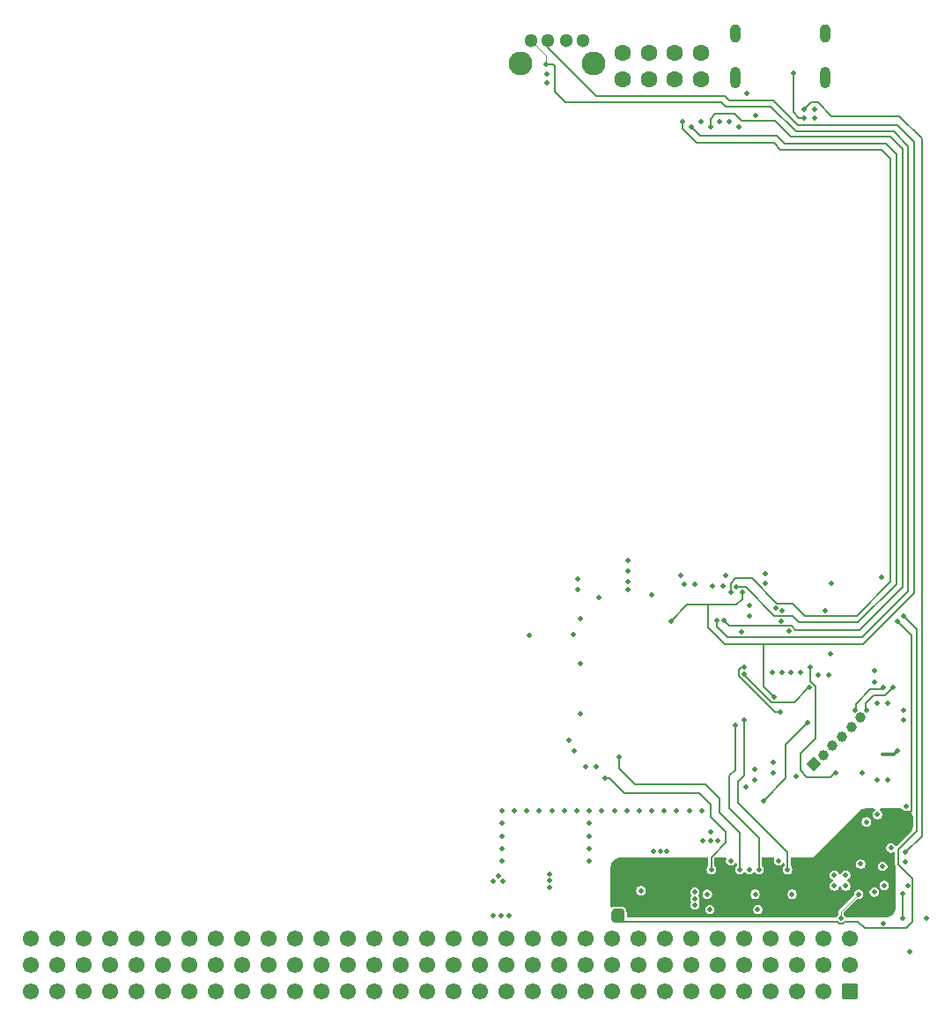
<source format=gbr>
%TF.GenerationSoftware,KiCad,Pcbnew,9.0.4-9.0.4-0~ubuntu24.04.1*%
%TF.CreationDate,2025-09-30T20:52:51+00:00*%
%TF.ProjectId,base-module,62617365-2d6d-46f6-9475-6c652e6b6963,1.1.1*%
%TF.SameCoordinates,Original*%
%TF.FileFunction,Copper,L4,Bot*%
%TF.FilePolarity,Positive*%
%FSLAX46Y46*%
G04 Gerber Fmt 4.6, Leading zero omitted, Abs format (unit mm)*
G04 Created by KiCad (PCBNEW 9.0.4-9.0.4-0~ubuntu24.04.1) date 2025-09-30 20:52:51*
%MOMM*%
%LPD*%
G01*
G04 APERTURE LIST*
G04 Aperture macros list*
%AMRoundRect*
0 Rectangle with rounded corners*
0 $1 Rounding radius*
0 $2 $3 $4 $5 $6 $7 $8 $9 X,Y pos of 4 corners*
0 Add a 4 corners polygon primitive as box body*
4,1,4,$2,$3,$4,$5,$6,$7,$8,$9,$2,$3,0*
0 Add four circle primitives for the rounded corners*
1,1,$1+$1,$2,$3*
1,1,$1+$1,$4,$5*
1,1,$1+$1,$6,$7*
1,1,$1+$1,$8,$9*
0 Add four rect primitives between the rounded corners*
20,1,$1+$1,$2,$3,$4,$5,0*
20,1,$1+$1,$4,$5,$6,$7,0*
20,1,$1+$1,$6,$7,$8,$9,0*
20,1,$1+$1,$8,$9,$2,$3,0*%
%AMRotRect*
0 Rectangle, with rotation*
0 The origin of the aperture is its center*
0 $1 length*
0 $2 width*
0 $3 Rotation angle, in degrees counterclockwise*
0 Add horizontal line*
21,1,$1,$2,0,0,$3*%
G04 Aperture macros list end*
%TA.AperFunction,ComponentPad*%
%ADD10C,1.600000*%
%TD*%
%TA.AperFunction,ComponentPad*%
%ADD11C,1.300000*%
%TD*%
%TA.AperFunction,ComponentPad*%
%ADD12C,2.286000*%
%TD*%
%TA.AperFunction,ComponentPad*%
%ADD13O,1.000000X2.100000*%
%TD*%
%TA.AperFunction,ComponentPad*%
%ADD14O,1.000000X1.800000*%
%TD*%
%TA.AperFunction,ComponentPad*%
%ADD15RoundRect,0.249999X0.525001X0.525001X-0.525001X0.525001X-0.525001X-0.525001X0.525001X-0.525001X0*%
%TD*%
%TA.AperFunction,ComponentPad*%
%ADD16C,1.550000*%
%TD*%
%TA.AperFunction,ComponentPad*%
%ADD17RotRect,1.000000X1.000000X315.000000*%
%TD*%
%TA.AperFunction,ComponentPad*%
%ADD18C,1.000000*%
%TD*%
%TA.AperFunction,ViaPad*%
%ADD19C,0.500000*%
%TD*%
%TA.AperFunction,Conductor*%
%ADD20C,0.300000*%
%TD*%
%TA.AperFunction,Conductor*%
%ADD21C,0.150000*%
%TD*%
%TA.AperFunction,Conductor*%
%ADD22C,0.100000*%
%TD*%
%TA.AperFunction,Conductor*%
%ADD23C,0.200000*%
%TD*%
G04 APERTURE END LIST*
D10*
%TO.P,LED300,1*%
%TO.N,Net-(LED300-Pad1)*%
X106863600Y-55785000D03*
%TO.P,LED300,2*%
%TO.N,GND*%
X109403600Y-55785000D03*
%TO.P,LED300,3*%
%TO.N,Net-(LED300-Pad3)*%
X106863600Y-58325000D03*
%TO.P,LED300,4*%
%TO.N,GND*%
X109403600Y-58325000D03*
%TD*%
D11*
%TO.P,BTN400,1*%
%TO.N,GND*%
X103079415Y-54584163D03*
%TO.P,BTN400,2*%
X101449415Y-54584163D03*
%TO.P,BTN400,3*%
%TO.N,/MCU/SWD.~{RST}*%
X99709415Y-54584163D03*
%TO.P,BTN400,4*%
%TO.N,/MCU/USR_BUTTON*%
X98079415Y-54584163D03*
D12*
%TO.P,BTN400,5*%
%TO.N,N/C*%
X104079415Y-56834163D03*
%TO.P,BTN400,6*%
X97079415Y-56834163D03*
%TD*%
D13*
%TO.P,J800,S1,SHIELD*%
%TO.N,Net-(J800-SHIELD)*%
X126370000Y-58140000D03*
D14*
X126370000Y-53960000D03*
D13*
X117730000Y-58140000D03*
D14*
X117730000Y-53960000D03*
%TD*%
D15*
%TO.P,J200,a1,a1*%
%TO.N,GND*%
X128740000Y-145975000D03*
D16*
%TO.P,J200,a2,a2*%
%TO.N,/Backplane/BACKPLANE.D+*%
X126200000Y-145975000D03*
%TO.P,J200,a3,a3*%
%TO.N,+5V_STDBY*%
X123660000Y-145975000D03*
%TO.P,J200,a4,a4*%
%TO.N,GND*%
X121120000Y-145975000D03*
%TO.P,J200,a5,a5*%
%TO.N,/Backplane/CAN1.+*%
X118580000Y-145975000D03*
%TO.P,J200,a6,a6*%
%TO.N,/Backplane/CAN1.-*%
X116040000Y-145975000D03*
%TO.P,J200,a7,a7*%
%TO.N,GND*%
X113500000Y-145975000D03*
%TO.P,J200,a8,a8*%
%TO.N,/Backplane/CAN2.+*%
X110960000Y-145975000D03*
%TO.P,J200,a9,a9*%
%TO.N,/Backplane/CAN2.-*%
X108420000Y-145975000D03*
%TO.P,J200,a10,a10*%
%TO.N,GND*%
X105880000Y-145975000D03*
%TO.P,J200,a11,a11*%
%TO.N,+12V*%
X103340000Y-145975000D03*
%TO.P,J200,a12,a12*%
X100800000Y-145975000D03*
%TO.P,J200,a13,a13*%
%TO.N,GND*%
X98260000Y-145975000D03*
%TO.P,J200,a14,a14*%
%TO.N,+24V*%
X95720000Y-145975000D03*
%TO.P,J200,a15,a15*%
%TO.N,GND*%
X93180000Y-145975000D03*
%TO.P,J200,a16,a16*%
%TO.N,/Backplane/GPIOL0*%
X90640000Y-145975000D03*
%TO.P,J200,a17,a17*%
%TO.N,/Backplane/GPIOL1*%
X88100000Y-145975000D03*
%TO.P,J200,a18,a18*%
%TO.N,/Backplane/GPIOL2*%
X85560000Y-145975000D03*
%TO.P,J200,a19,a19*%
%TO.N,/Backplane/GPIOL3*%
X83020000Y-145975000D03*
%TO.P,J200,a20,a20*%
%TO.N,/Backplane/GPIOL4*%
X80480000Y-145975000D03*
%TO.P,J200,a21,a21*%
%TO.N,/Backplane/GPIOL5*%
X77940000Y-145975000D03*
%TO.P,J200,a22,a22*%
%TO.N,/Backplane/GPIOL6*%
X75400000Y-145975000D03*
%TO.P,J200,a23,a23*%
%TO.N,/Backplane/GPIOL7*%
X72860000Y-145975000D03*
%TO.P,J200,a24,a24*%
%TO.N,/Backplane/GPIOL8*%
X70320000Y-145975000D03*
%TO.P,J200,a25,a25*%
%TO.N,/Backplane/GPIOL9*%
X67780000Y-145975000D03*
%TO.P,J200,a26,a26*%
%TO.N,/Backplane/GPIOL10*%
X65240000Y-145975000D03*
%TO.P,J200,a27,a27*%
%TO.N,/Backplane/GPIOL11*%
X62700000Y-145975000D03*
%TO.P,J200,a28,a28*%
%TO.N,/Backplane/GPIOL12*%
X60160000Y-145975000D03*
%TO.P,J200,a29,a29*%
%TO.N,/Backplane/GPIOL13*%
X57620000Y-145975000D03*
%TO.P,J200,a30,a30*%
%TO.N,/Backplane/GPIOL14*%
X55080000Y-145975000D03*
%TO.P,J200,a31,a31*%
%TO.N,/Backplane/GPIOL15*%
X52540000Y-145975000D03*
%TO.P,J200,a32,a32*%
%TO.N,GND*%
X50000000Y-145975000D03*
%TO.P,J200,b1,b1*%
X128740000Y-143435000D03*
%TO.P,J200,b2,b2*%
X126200000Y-143435000D03*
%TO.P,J200,b3,b3*%
%TO.N,+5V_STDBY*%
X123660000Y-143435000D03*
%TO.P,J200,b4,b4*%
%TO.N,GND*%
X121120000Y-143435000D03*
%TO.P,J200,b5,b5*%
%TO.N,/Backplane/CAN1.+*%
X118580000Y-143435000D03*
%TO.P,J200,b6,b6*%
%TO.N,/Backplane/CAN1.-*%
X116040000Y-143435000D03*
%TO.P,J200,b7,b7*%
%TO.N,GND*%
X113500000Y-143435000D03*
%TO.P,J200,b8,b8*%
%TO.N,/Backplane/CAN2.+*%
X110960000Y-143435000D03*
%TO.P,J200,b9,b9*%
%TO.N,/Backplane/CAN2.-*%
X108420000Y-143435000D03*
%TO.P,J200,b10,b10*%
%TO.N,GND*%
X105880000Y-143435000D03*
%TO.P,J200,b11,b11*%
%TO.N,+12V*%
X103340000Y-143435000D03*
%TO.P,J200,b12,b12*%
X100800000Y-143435000D03*
%TO.P,J200,b13,b13*%
%TO.N,GND*%
X98260000Y-143435000D03*
%TO.P,J200,b14,b14*%
%TO.N,+24V*%
X95720000Y-143435000D03*
%TO.P,J200,b15,b15*%
%TO.N,GND*%
X93180000Y-143435000D03*
%TO.P,J200,b16,b16*%
%TO.N,/Backplane/GPIOC0*%
X90640000Y-143435000D03*
%TO.P,J200,b17,b17*%
%TO.N,/Backplane/GPIOC1*%
X88100000Y-143435000D03*
%TO.P,J200,b18,b18*%
%TO.N,/Backplane/GPIOC2*%
X85560000Y-143435000D03*
%TO.P,J200,b19,b19*%
%TO.N,/Backplane/GPIOC3*%
X83020000Y-143435000D03*
%TO.P,J200,b20,b20*%
%TO.N,/Backplane/GPIOC4*%
X80480000Y-143435000D03*
%TO.P,J200,b21,b21*%
%TO.N,/Backplane/GPIOC5*%
X77940000Y-143435000D03*
%TO.P,J200,b22,b22*%
%TO.N,/Backplane/GPIOC6*%
X75400000Y-143435000D03*
%TO.P,J200,b23,b23*%
%TO.N,/Backplane/GPIOC7*%
X72860000Y-143435000D03*
%TO.P,J200,b24,b24*%
%TO.N,/Backplane/GPIOC8*%
X70320000Y-143435000D03*
%TO.P,J200,b25,b25*%
%TO.N,/Backplane/GPIOC9*%
X67780000Y-143435000D03*
%TO.P,J200,b26,b26*%
%TO.N,/Backplane/GPIOC10*%
X65240000Y-143435000D03*
%TO.P,J200,b27,b27*%
%TO.N,/Backplane/GPIOC11*%
X62700000Y-143435000D03*
%TO.P,J200,b28,b28*%
%TO.N,/Backplane/GPIOC12*%
X60160000Y-143435000D03*
%TO.P,J200,b29,b29*%
%TO.N,/Backplane/GPIOC13*%
X57620000Y-143435000D03*
%TO.P,J200,b30,b30*%
%TO.N,/Backplane/GPIOC14*%
X55080000Y-143435000D03*
%TO.P,J200,b31,b31*%
%TO.N,/Backplane/GPIOC15*%
X52540000Y-143435000D03*
%TO.P,J200,b32,b32*%
%TO.N,GND*%
X50000000Y-143435000D03*
%TO.P,J200,c1,c1*%
X128740000Y-140895000D03*
%TO.P,J200,c2,c2*%
%TO.N,/Backplane/BACKPLANE.D-*%
X126200000Y-140895000D03*
%TO.P,J200,c3,c3*%
%TO.N,+5V_STDBY*%
X123660000Y-140895000D03*
%TO.P,J200,c4,c4*%
%TO.N,GND*%
X121120000Y-140895000D03*
%TO.P,J200,c5,c5*%
%TO.N,/Backplane/CAN1.+*%
X118580000Y-140895000D03*
%TO.P,J200,c6,c6*%
%TO.N,/Backplane/CAN1.-*%
X116040000Y-140895000D03*
%TO.P,J200,c7,c7*%
%TO.N,GND*%
X113500000Y-140895000D03*
%TO.P,J200,c8,c8*%
%TO.N,/Backplane/CAN2.+*%
X110960000Y-140895000D03*
%TO.P,J200,c9,c9*%
%TO.N,/Backplane/CAN2.-*%
X108420000Y-140895000D03*
%TO.P,J200,c10,c10*%
%TO.N,GND*%
X105880000Y-140895000D03*
%TO.P,J200,c11,c11*%
%TO.N,+12V*%
X103340000Y-140895000D03*
%TO.P,J200,c12,c12*%
X100800000Y-140895000D03*
%TO.P,J200,c13,c13*%
%TO.N,GND*%
X98260000Y-140895000D03*
%TO.P,J200,c14,c14*%
%TO.N,+24V*%
X95720000Y-140895000D03*
%TO.P,J200,c15,c15*%
%TO.N,GND*%
X93180000Y-140895000D03*
%TO.P,J200,c16,c16*%
%TO.N,/Backplane/GPIOR0*%
X90640000Y-140895000D03*
%TO.P,J200,c17,c17*%
%TO.N,/Backplane/GPIOR1*%
X88100000Y-140895000D03*
%TO.P,J200,c18,c18*%
%TO.N,/Backplane/GPIOR2*%
X85560000Y-140895000D03*
%TO.P,J200,c19,c19*%
%TO.N,/Backplane/GPIOR3*%
X83020000Y-140895000D03*
%TO.P,J200,c20,c20*%
%TO.N,/Backplane/GPIOR4*%
X80480000Y-140895000D03*
%TO.P,J200,c21,c21*%
%TO.N,/Backplane/GPIOR5*%
X77940000Y-140895000D03*
%TO.P,J200,c22,c22*%
%TO.N,/Backplane/GPIOR6*%
X75400000Y-140895000D03*
%TO.P,J200,c23,c23*%
%TO.N,/Backplane/GPIOR7*%
X72860000Y-140895000D03*
%TO.P,J200,c24,c24*%
%TO.N,/Backplane/GPIOR8*%
X70320000Y-140895000D03*
%TO.P,J200,c25,c25*%
%TO.N,/Backplane/GPIOR9*%
X67780000Y-140895000D03*
%TO.P,J200,c26,c26*%
%TO.N,/Backplane/GPIOR10*%
X65240000Y-140895000D03*
%TO.P,J200,c27,c27*%
%TO.N,/Backplane/GPIOR11*%
X62700000Y-140895000D03*
%TO.P,J200,c28,c28*%
%TO.N,/Backplane/GPIOR12*%
X60160000Y-140895000D03*
%TO.P,J200,c29,c29*%
%TO.N,/Backplane/GPIOR13*%
X57620000Y-140895000D03*
%TO.P,J200,c30,c30*%
%TO.N,/Backplane/GPIOR14*%
X55080000Y-140895000D03*
%TO.P,J200,c31,c31*%
%TO.N,/Backplane/GPIOR15*%
X52540000Y-140895000D03*
%TO.P,J200,c32,c32*%
%TO.N,GND*%
X50000000Y-140895000D03*
%TD*%
D10*
%TO.P,LED301,1*%
%TO.N,Net-(LED301-Pad1)*%
X111913600Y-55785000D03*
%TO.P,LED301,2*%
%TO.N,GND*%
X114453600Y-55785000D03*
%TO.P,LED301,3*%
%TO.N,Net-(LED301-Pad3)*%
X111913600Y-58325000D03*
%TO.P,LED301,4*%
%TO.N,GND*%
X114453600Y-58325000D03*
%TD*%
D17*
%TO.P,J3,1,Pin_1*%
%TO.N,+3V3*%
X125295923Y-124154077D03*
D18*
%TO.P,J3,2,Pin_2*%
%TO.N,/ST-LINK/DIO*%
X126193949Y-123256051D03*
%TO.P,J3,3,Pin_3*%
%TO.N,/ST-LINK/CLK*%
X127091974Y-122358026D03*
%TO.P,J3,4,Pin_4*%
%TO.N,/ST-LINK/STLINK-RST*%
X127990000Y-121460000D03*
%TO.P,J3,5,Pin_5*%
%TO.N,GND*%
X128888025Y-120561975D03*
%TO.P,J3,6,Pin_6*%
%TO.N,/ST-LINK/STLINK-BOOT0*%
X129786051Y-119663949D03*
%TD*%
D19*
%TO.N,+3V3*%
X115300000Y-138075000D03*
X99598400Y-58685001D03*
X131350000Y-125625000D03*
X121325000Y-115325000D03*
X121662040Y-109139790D03*
X104325000Y-124400000D03*
X120590000Y-106765000D03*
X115350000Y-131500000D03*
X132050000Y-135775000D03*
X131800000Y-106175000D03*
X131400000Y-128975000D03*
X133950000Y-118922500D03*
X114650000Y-131500000D03*
X115350000Y-130625000D03*
X107442000Y-107343001D03*
X121350000Y-124927500D03*
X125700000Y-115575000D03*
X131350000Y-118275000D03*
X124000000Y-115300000D03*
X122225000Y-109375000D03*
X115575000Y-107050000D03*
X101700000Y-121825000D03*
X107442000Y-104549001D03*
X119900000Y-138075000D03*
X116025000Y-131500000D03*
X112825000Y-106875000D03*
X119625000Y-124600000D03*
X114450000Y-62375000D03*
X122174000Y-110375000D03*
X102133531Y-111641425D03*
X102624000Y-106327001D03*
%TO.N,GND*%
X99598400Y-57785001D03*
X95300000Y-131025000D03*
X103700000Y-128625000D03*
X129900000Y-124961216D03*
X128350000Y-134775000D03*
X104900000Y-128625000D03*
X109870720Y-132521542D03*
X134470000Y-142162501D03*
X127250000Y-134775000D03*
X116250000Y-62375000D03*
X95300000Y-133425000D03*
X132350000Y-125625000D03*
X113850000Y-136425000D03*
X107442000Y-106581001D03*
X118364000Y-111407001D03*
X102624000Y-107343001D03*
X109700000Y-128625000D03*
X96500000Y-128625000D03*
X130325000Y-129675000D03*
X106100000Y-128625000D03*
X110520720Y-132521542D03*
X108650000Y-136275000D03*
X102850000Y-119275000D03*
X113300000Y-128625000D03*
X103700000Y-132225000D03*
X119126000Y-109883001D03*
X97700000Y-128625000D03*
X115050000Y-136625000D03*
X121350000Y-123927500D03*
X116825000Y-106025000D03*
X119625000Y-125600000D03*
X126375000Y-109375000D03*
X126900000Y-113525000D03*
X131150000Y-116225000D03*
X112525000Y-106025000D03*
X97900000Y-111775000D03*
X113850000Y-137675000D03*
X100100000Y-128625000D03*
X94450000Y-138675000D03*
X116575000Y-107050000D03*
X128350000Y-135825000D03*
X98900000Y-128625000D03*
X118750000Y-126325000D03*
X134150000Y-128175000D03*
X131900000Y-133925000D03*
X126950000Y-106725000D03*
X119100000Y-134275000D03*
X111170720Y-132521542D03*
X107442000Y-105565001D03*
X103700000Y-133425000D03*
X122200000Y-115275000D03*
X103700000Y-131025000D03*
X117150000Y-62375000D03*
X131150000Y-115125000D03*
X119670000Y-61785001D03*
X133300000Y-122825000D03*
X118050000Y-62925000D03*
X108500000Y-128625000D03*
X133950000Y-119922500D03*
X134100000Y-133525000D03*
X134300000Y-135775000D03*
X109728000Y-107851001D03*
X112100000Y-128625000D03*
X113825000Y-106875000D03*
X119126000Y-108867001D03*
X121900000Y-133425000D03*
X114500000Y-128625000D03*
X118850000Y-59675000D03*
X102868898Y-114435000D03*
X103325000Y-124400000D03*
X102870000Y-110137001D03*
X104648000Y-108105001D03*
X117300000Y-133425000D03*
X120590000Y-105865000D03*
X129800000Y-133725000D03*
X95953492Y-138663288D03*
X127250000Y-135825000D03*
X131100000Y-136425000D03*
X110900000Y-128625000D03*
X101300000Y-128625000D03*
X99850000Y-134671508D03*
X102500000Y-128625000D03*
X95300000Y-132225000D03*
X107300000Y-128625000D03*
X95200000Y-138675000D03*
X99850000Y-135971508D03*
X95300000Y-129825000D03*
X136150000Y-138925000D03*
X102225000Y-122850000D03*
X126700000Y-115575000D03*
X123200000Y-136625000D03*
X131950000Y-139425000D03*
X113850000Y-137075000D03*
X125350000Y-62025000D03*
X125350000Y-61225000D03*
X123550000Y-125325000D03*
X132700000Y-132175000D03*
X122936000Y-111325000D03*
X99850000Y-135321508D03*
X123100000Y-115275000D03*
X103700000Y-129825000D03*
X95300000Y-128625000D03*
X132350000Y-118275000D03*
X119650000Y-136625000D03*
%TO.N,+5V*%
X106125000Y-137025000D03*
X134150000Y-129075000D03*
X116300000Y-133425000D03*
X106775000Y-136325000D03*
X133300000Y-110375000D03*
X131100000Y-135525001D03*
X106775000Y-137025000D03*
X126200000Y-137025000D03*
X106125000Y-136325000D03*
X120900000Y-133425000D03*
%TO.N,/ST-LINK/LED*%
X124950000Y-114800000D03*
X127400000Y-124950000D03*
%TO.N,+12V_FUSED*%
X94451270Y-135361059D03*
X133950000Y-109925000D03*
X106125000Y-139025000D03*
X106125000Y-138325000D03*
X106775000Y-138325000D03*
X95375000Y-135375000D03*
X106775000Y-139025000D03*
X94950000Y-134875000D03*
%TO.N,/USB/VBUS_IN*%
X124350000Y-61225000D03*
X134050000Y-132625000D03*
%TO.N,/MCU/USR_BUTTON*%
X115975000Y-110350000D03*
X99538600Y-56899202D03*
%TO.N,/MCU/SWD.~{RST}*%
X111575001Y-110375000D03*
X121450000Y-117690000D03*
X118377238Y-107645000D03*
%TO.N,Net-(U302-PGANG)*%
X129600000Y-136625000D03*
X127900000Y-138925000D03*
%TO.N,Net-(U700-PA5)*%
X124700000Y-120175000D03*
X120425000Y-127650000D03*
%TO.N,Net-(U700-PC13)*%
X130330000Y-118920000D03*
X132900000Y-116775000D03*
%TO.N,Net-(U700-PC14)*%
X129225000Y-118925000D03*
X131950000Y-116775000D03*
%TO.N,/CAN transceiver 1/CAN.TX*%
X122775000Y-134250000D03*
X118550000Y-119850000D03*
%TO.N,/CAN transceiver 1/CAN.RX*%
X117700000Y-120375000D03*
X120025000Y-134250000D03*
%TO.N,/CAN transceiver 2/CAN.TX*%
X118175000Y-134250000D03*
X106575000Y-123400000D03*
%TO.N,/CAN transceiver 2/CAN.RX*%
X105189838Y-125458838D03*
X115425000Y-134250000D03*
%TO.N,/USB/CC1*%
X123300000Y-57725000D03*
X124350000Y-62025000D03*
%TO.N,Net-(U801-~{OE})*%
X133850000Y-136575000D03*
X133850000Y-138925000D03*
%TO.N,/MCU/USER_LED_1*%
X113550000Y-62925000D03*
X117850000Y-107125000D03*
%TO.N,/MCU/USER_LED_2*%
X117300000Y-107625000D03*
X112650000Y-62375000D03*
%TO.N,/MCU/STATUS_LED*%
X115350000Y-62925000D03*
X116675000Y-110350000D03*
%TO.N,/MCU/MCU_UART.RX*%
X124860000Y-116780000D03*
X118595207Y-115469530D03*
%TO.N,/MCU/MCU_UART.TX*%
X122090000Y-119130000D03*
X118620000Y-114820000D03*
%TD*%
D20*
%TO.N,GND*%
X133300000Y-122825000D02*
X132950000Y-123175000D01*
X132950000Y-123175000D02*
X131900000Y-123175000D01*
D21*
%TO.N,+5V*%
X133300000Y-110375000D02*
X134650000Y-111725000D01*
X134650000Y-111725000D02*
X134650000Y-128575000D01*
X134650000Y-128575000D02*
X134150000Y-129075000D01*
%TO.N,/ST-LINK/LED*%
X125450000Y-121620000D02*
X123980000Y-123090000D01*
X124590000Y-125350000D02*
X126900000Y-125350000D01*
X123980000Y-123090000D02*
X123980000Y-124740000D01*
X125450000Y-116625000D02*
X125450000Y-121620000D01*
X124950000Y-116125000D02*
X125450000Y-116625000D01*
X127300000Y-124950000D02*
X127400000Y-124950000D01*
X126900000Y-125350000D02*
X127300000Y-124950000D01*
X123980000Y-124740000D02*
X124590000Y-125350000D01*
X124950000Y-114800000D02*
X124950000Y-116125000D01*
%TO.N,+12V_FUSED*%
X127536541Y-139233293D02*
X106983293Y-139233293D01*
X133370000Y-132355000D02*
X133370000Y-133745000D01*
X134775000Y-135150000D02*
X134775000Y-135971752D01*
X133370000Y-133745000D02*
X134775000Y-135150000D01*
X134770000Y-135976752D02*
X134770000Y-139285001D01*
X135150000Y-130575000D02*
X133370000Y-132355000D01*
X105900000Y-139025000D02*
X106125000Y-139025000D01*
X134770000Y-139285001D02*
X134155001Y-139900000D01*
X128263459Y-139233293D02*
X128096752Y-139400000D01*
X128096752Y-139400000D02*
X127703248Y-139400000D01*
X133950000Y-109925000D02*
X135150000Y-111125000D01*
X134775000Y-135971752D02*
X134770000Y-135976752D01*
X135150000Y-111125000D02*
X135150000Y-130575000D01*
X127703248Y-139400000D02*
X127536541Y-139233293D01*
X130184999Y-139900000D02*
X129518292Y-139233293D01*
X134155001Y-139900000D02*
X130184999Y-139900000D01*
X129518292Y-139233293D02*
X128263459Y-139233293D01*
X106983293Y-139233293D02*
X106775000Y-139025000D01*
%TO.N,/USB/VBUS_IN*%
X125037500Y-60537500D02*
X124350000Y-61225000D01*
X133475000Y-61850000D02*
X127000000Y-61850000D01*
X135650000Y-131025000D02*
X135650000Y-64025000D01*
X134050000Y-132625000D02*
X135650000Y-131025000D01*
X135650000Y-64025000D02*
X133475000Y-61850000D01*
X125687500Y-60537500D02*
X125037500Y-60537500D01*
X127000000Y-61850000D02*
X125687500Y-60537500D01*
%TO.N,/MCU/USR_BUTTON*%
X100370000Y-59485001D02*
X100370000Y-57085001D01*
X134325000Y-64725000D02*
X132950000Y-63350000D01*
X134325000Y-107500000D02*
X134325000Y-64725000D01*
X121150000Y-60950000D02*
X116850000Y-60950000D01*
D22*
X99538600Y-56033600D02*
X98080000Y-54575000D01*
D21*
X100370000Y-57085001D02*
X100184201Y-56899202D01*
D22*
X99538600Y-56899202D02*
X99538600Y-56033600D01*
D21*
X101409999Y-60525000D02*
X100370000Y-59485001D01*
X132950000Y-63350000D02*
X123550000Y-63350000D01*
X123550000Y-63350000D02*
X121150000Y-60950000D01*
X115975000Y-110950000D02*
X116950000Y-111925000D01*
X116850000Y-60950000D02*
X116425000Y-60525000D01*
X116950000Y-111925000D02*
X129900000Y-111925000D01*
X100184201Y-56899202D02*
X99538600Y-56899202D01*
X129900000Y-111925000D02*
X134325000Y-107500000D01*
X115975000Y-110350000D02*
X115975000Y-110950000D01*
X116425000Y-60525000D02*
X101409999Y-60525000D01*
%TO.N,/MCU/SWD.~{RST}*%
X133300000Y-62725000D02*
X134925000Y-64350000D01*
X99710000Y-54575000D02*
X99710000Y-55260000D01*
X116700000Y-112625000D02*
X115100000Y-111025000D01*
X104375000Y-59925000D02*
X116700000Y-59925000D01*
X117150000Y-60375000D02*
X121375000Y-60375000D01*
X115100000Y-108825000D02*
X113125001Y-108825000D01*
X123725000Y-62725000D02*
X133300000Y-62725000D01*
X117830001Y-108825000D02*
X115100000Y-108825000D01*
X99710000Y-55260000D02*
X104375000Y-59925000D01*
X134925000Y-107725000D02*
X130025000Y-112625000D01*
X130025000Y-112625000D02*
X120420000Y-112625000D01*
X116700000Y-59925000D02*
X117150000Y-60375000D01*
X120420000Y-116660000D02*
X120420000Y-112625000D01*
X115100000Y-111025000D02*
X115100000Y-108825000D01*
X118377238Y-108277763D02*
X117830001Y-108825000D01*
X118377238Y-107645000D02*
X118377238Y-108277763D01*
X120420000Y-112625000D02*
X116700000Y-112625000D01*
X121375000Y-60375000D02*
X123725000Y-62725000D01*
X113125001Y-108825000D02*
X111575001Y-110375000D01*
X121450000Y-117690000D02*
X120420000Y-116660000D01*
X134925000Y-64350000D02*
X134925000Y-107725000D01*
D22*
%TO.N,Net-(U302-PGANG)*%
X127900000Y-138325000D02*
X129600000Y-136625000D01*
X127900000Y-138925000D02*
X127900000Y-138325000D01*
D21*
%TO.N,Net-(U700-PA5)*%
X120425000Y-127650000D02*
X122600000Y-125475000D01*
X122600000Y-125475000D02*
X122600000Y-122275000D01*
X122600000Y-122275000D02*
X124700000Y-120175000D01*
%TO.N,Net-(U700-PC13)*%
X131075000Y-117525000D02*
X132150000Y-117525000D01*
X132150000Y-117525000D02*
X132900000Y-116775000D01*
X130330000Y-118920000D02*
X130300000Y-118890000D01*
X130300000Y-118890000D02*
X130300000Y-118300000D01*
X130300000Y-118300000D02*
X131075000Y-117525000D01*
%TO.N,Net-(U700-PC14)*%
X129310000Y-118340736D02*
X130725736Y-116925000D01*
X130725736Y-116925000D02*
X131800000Y-116925000D01*
X131800000Y-116925000D02*
X131950000Y-116775000D01*
X129225000Y-118925000D02*
X129310000Y-118840000D01*
X129310000Y-118840000D02*
X129310000Y-118340736D01*
%TO.N,/CAN transceiver 1/CAN.TX*%
X122775000Y-132600000D02*
X122775000Y-134250000D01*
X118550000Y-125225000D02*
X118000000Y-125775000D01*
X118000000Y-127825000D02*
X122775000Y-132600000D01*
X118000000Y-125775000D02*
X118000000Y-127825000D01*
X118550000Y-119850000D02*
X118550000Y-125225000D01*
%TO.N,/CAN transceiver 1/CAN.RX*%
X117150000Y-125225000D02*
X117150000Y-128325000D01*
X117700000Y-124675000D02*
X117150000Y-125225000D01*
X117150000Y-128325000D02*
X120025000Y-131200000D01*
X117700000Y-120375000D02*
X117700000Y-124675000D01*
X120025000Y-131200000D02*
X120025000Y-134250000D01*
%TO.N,/CAN transceiver 2/CAN.TX*%
X116250000Y-127425000D02*
X114850000Y-126025000D01*
X108100000Y-126025000D02*
X106575000Y-124500000D01*
X118175000Y-134250000D02*
X118175000Y-130700000D01*
X116250000Y-128775000D02*
X116250000Y-127425000D01*
X118175000Y-130700000D02*
X116250000Y-128775000D01*
X106575000Y-124500000D02*
X106575000Y-123400000D01*
X114850000Y-126025000D02*
X108100000Y-126025000D01*
%TO.N,/CAN transceiver 2/CAN.RX*%
X105633838Y-125458838D02*
X107050000Y-126875000D01*
X107050000Y-126875000D02*
X114250000Y-126875000D01*
X114250000Y-126875000D02*
X115350000Y-127975000D01*
X115425000Y-133050000D02*
X115425000Y-134250000D01*
X105189838Y-125458838D02*
X105633838Y-125458838D01*
X116800000Y-130675000D02*
X116800000Y-131675000D01*
X116800000Y-131675000D02*
X115425000Y-133050000D01*
X115350000Y-129225000D02*
X116800000Y-130675000D01*
X115350000Y-127975000D02*
X115350000Y-129225000D01*
%TO.N,/USB/CC1*%
X123850000Y-62025000D02*
X123300000Y-61475000D01*
X123300000Y-61475000D02*
X123300000Y-57725000D01*
X124350000Y-62025000D02*
X123850000Y-62025000D01*
%TO.N,Net-(U801-~{OE})*%
X133850000Y-138925000D02*
X133850000Y-136575000D01*
%TO.N,/MCU/USER_LED_1*%
X122499999Y-64475000D02*
X132200000Y-64475000D01*
X113550000Y-62925000D02*
X114350000Y-63725000D01*
X121749999Y-63725000D02*
X122499999Y-64475000D01*
X129550000Y-110525000D02*
X123872000Y-110525000D01*
X132200000Y-64475000D02*
X133225000Y-65500000D01*
X123872000Y-110525000D02*
X123222000Y-109875000D01*
X133225000Y-65500000D02*
X133225000Y-106850000D01*
X121500000Y-109875000D02*
X118750000Y-107125000D01*
X114350000Y-63725000D02*
X121749999Y-63725000D01*
X123222000Y-109875000D02*
X121500000Y-109875000D01*
X133225000Y-106850000D02*
X129550000Y-110525000D01*
X118750000Y-107125000D02*
X117850000Y-107125000D01*
%TO.N,/MCU/USER_LED_2*%
X117767499Y-106285001D02*
X119370000Y-106285001D01*
X119370000Y-106285001D02*
X121759999Y-108675000D01*
X117300000Y-107625000D02*
X117300000Y-106752500D01*
X132650000Y-106600000D02*
X132650000Y-65925000D01*
X122079999Y-65075000D02*
X121429999Y-64425000D01*
X117300000Y-106752500D02*
X117767499Y-106285001D01*
X129400000Y-109850000D02*
X132650000Y-106600000D01*
X121759999Y-108675000D02*
X123257000Y-108675000D01*
X131800000Y-65075000D02*
X122079999Y-65075000D01*
X112650000Y-63100000D02*
X112650000Y-62375000D01*
X121429999Y-64425000D02*
X113975000Y-64425000D01*
X123257000Y-108675000D02*
X124432000Y-109850000D01*
X132650000Y-65925000D02*
X131800000Y-65075000D01*
X113975000Y-64425000D02*
X112650000Y-63100000D01*
X124432000Y-109850000D02*
X129400000Y-109850000D01*
%TO.N,/MCU/STATUS_LED*%
X129700000Y-111225000D02*
X123539000Y-111225000D01*
X117175000Y-110850000D02*
X116675000Y-110350000D01*
X133800000Y-65025000D02*
X133800000Y-107125000D01*
X115350000Y-62100000D02*
X115800000Y-61650000D01*
X123075000Y-63875000D02*
X132650000Y-63875000D01*
X123539000Y-111225000D02*
X123164000Y-110850000D01*
X121545001Y-62345001D02*
X123075000Y-63875000D01*
X132650000Y-63875000D02*
X133800000Y-65025000D01*
X115800000Y-61650000D02*
X117675000Y-61650000D01*
X133800000Y-107125000D02*
X129700000Y-111225000D01*
X117675000Y-61650000D02*
X118370001Y-62345001D01*
X118370001Y-62345001D02*
X121545001Y-62345001D01*
X115350000Y-62925000D02*
X115350000Y-62100000D01*
X123164000Y-110850000D02*
X117175000Y-110850000D01*
D23*
%TO.N,/MCU/MCU_UART.RX*%
X118595943Y-115470266D02*
X118595943Y-115544464D01*
X118595943Y-115544464D02*
X121242479Y-118191000D01*
X123399000Y-118191000D02*
X124810000Y-116780000D01*
X118595207Y-115469530D02*
X118595943Y-115470266D01*
X121242479Y-118191000D02*
X123399000Y-118191000D01*
X124810000Y-116780000D02*
X124860000Y-116780000D01*
%TO.N,/MCU/MCU_UART.TX*%
X118330000Y-114820000D02*
X118620000Y-114820000D01*
X121547866Y-119130000D02*
X118094943Y-115677077D01*
X118094943Y-115677077D02*
X118094943Y-115055057D01*
X118094943Y-115055057D02*
X118330000Y-114820000D01*
X122090000Y-119130000D02*
X121547866Y-119130000D01*
%TD*%
%TA.AperFunction,Conductor*%
%TO.N,+12V_FUSED*%
G36*
X106791971Y-138027381D02*
G01*
X106870618Y-138043024D01*
X106915308Y-138061535D01*
X106971626Y-138099166D01*
X106977519Y-138105059D01*
X106982251Y-138107119D01*
X107005832Y-138133371D01*
X107043462Y-138189688D01*
X107061976Y-138234387D01*
X107077617Y-138313019D01*
X107080000Y-138337210D01*
X107080000Y-139012789D01*
X107077617Y-139036980D01*
X107061976Y-139115612D01*
X107058786Y-139123313D01*
X107058694Y-139128473D01*
X107043462Y-139160311D01*
X107005836Y-139216623D01*
X106971623Y-139250836D01*
X106915311Y-139288462D01*
X106870612Y-139306976D01*
X106791980Y-139322617D01*
X106767789Y-139325000D01*
X106142211Y-139325000D01*
X106118020Y-139322617D01*
X106039387Y-139306976D01*
X105994689Y-139288462D01*
X105938373Y-139250833D01*
X105904166Y-139216626D01*
X105866535Y-139160308D01*
X105848024Y-139115618D01*
X105832381Y-139036971D01*
X105830000Y-139012789D01*
X105830000Y-138337210D01*
X105832381Y-138313029D01*
X105848025Y-138234379D01*
X105866534Y-138189693D01*
X105904168Y-138133370D01*
X105938370Y-138099168D01*
X105994693Y-138061534D01*
X106039379Y-138043025D01*
X106118028Y-138027381D01*
X106142211Y-138025000D01*
X106767789Y-138025000D01*
X106791971Y-138027381D01*
G37*
%TD.AperFunction*%
%TD*%
%TA.AperFunction,Conductor*%
%TO.N,+5V*%
G36*
X131142497Y-128394685D02*
G01*
X131188252Y-128447489D01*
X131198196Y-128516647D01*
X131169171Y-128580203D01*
X131137461Y-128606385D01*
X131123387Y-128614511D01*
X131123384Y-128614513D01*
X131039513Y-128698384D01*
X131039511Y-128698387D01*
X130980201Y-128801114D01*
X130949500Y-128915691D01*
X130949500Y-129034309D01*
X130980201Y-129148886D01*
X131039511Y-129251613D01*
X131123387Y-129335489D01*
X131226114Y-129394799D01*
X131340691Y-129425500D01*
X131340694Y-129425500D01*
X131459306Y-129425500D01*
X131459309Y-129425500D01*
X131573886Y-129394799D01*
X131676613Y-129335489D01*
X131760489Y-129251613D01*
X131819799Y-129148886D01*
X131850500Y-129034309D01*
X131850500Y-128915691D01*
X131819799Y-128801114D01*
X131760489Y-128698387D01*
X131676613Y-128614511D01*
X131662539Y-128606385D01*
X131614326Y-128555820D01*
X131601104Y-128487212D01*
X131627072Y-128422348D01*
X131683986Y-128381820D01*
X131724542Y-128375000D01*
X133673687Y-128375000D01*
X133740726Y-128394685D01*
X133781072Y-128436997D01*
X133789511Y-128451613D01*
X133873387Y-128535489D01*
X133976114Y-128594799D01*
X134090691Y-128625500D01*
X134090694Y-128625500D01*
X134209307Y-128625500D01*
X134209309Y-128625500D01*
X134323886Y-128594799D01*
X134334182Y-128588854D01*
X134355525Y-128583675D01*
X134375259Y-128574017D01*
X134388817Y-128575597D01*
X134402080Y-128572379D01*
X134422838Y-128579562D01*
X134444659Y-128582106D01*
X134463962Y-128593793D01*
X134468107Y-128595228D01*
X134474840Y-128600378D01*
X134505450Y-128625499D01*
X134547666Y-128660145D01*
X134564854Y-128677333D01*
X134673722Y-128809989D01*
X134687227Y-128830201D01*
X134768121Y-128981543D01*
X134777424Y-129004001D01*
X134827240Y-129168224D01*
X134831982Y-129192065D01*
X134849403Y-129368938D01*
X134850000Y-129381092D01*
X134850000Y-129954693D01*
X134849403Y-129966847D01*
X134831982Y-130143721D01*
X134827240Y-130167562D01*
X134777424Y-130331785D01*
X134768121Y-130354243D01*
X134687227Y-130505585D01*
X134673722Y-130525797D01*
X134560969Y-130663186D01*
X134552797Y-130672202D01*
X133272165Y-131952834D01*
X133210842Y-131986319D01*
X133141150Y-131981335D01*
X133085217Y-131939463D01*
X133077097Y-131927153D01*
X133072851Y-131919799D01*
X133060489Y-131898387D01*
X132976613Y-131814511D01*
X132873886Y-131755201D01*
X132759309Y-131724500D01*
X132640691Y-131724500D01*
X132526114Y-131755201D01*
X132526112Y-131755201D01*
X132526112Y-131755202D01*
X132423387Y-131814511D01*
X132423384Y-131814513D01*
X132339513Y-131898384D01*
X132339511Y-131898387D01*
X132291621Y-131981335D01*
X132280201Y-132001114D01*
X132249500Y-132115691D01*
X132249500Y-132234309D01*
X132280201Y-132348886D01*
X132339511Y-132451613D01*
X132423387Y-132535489D01*
X132526114Y-132594799D01*
X132640691Y-132625500D01*
X132640694Y-132625500D01*
X132759306Y-132625500D01*
X132759309Y-132625500D01*
X132873886Y-132594799D01*
X132908499Y-132574814D01*
X132976397Y-132558341D01*
X133042425Y-132581192D01*
X133085617Y-132636112D01*
X133094500Y-132682201D01*
X133094500Y-133799800D01*
X133127247Y-133878856D01*
X133127247Y-133878857D01*
X133140561Y-133911000D01*
X133150000Y-133958453D01*
X133150000Y-137868907D01*
X133149403Y-137881061D01*
X133131982Y-138057934D01*
X133127240Y-138081775D01*
X133077424Y-138245998D01*
X133068121Y-138268456D01*
X132987227Y-138419798D01*
X132973722Y-138440010D01*
X132864854Y-138572666D01*
X132847666Y-138589854D01*
X132715010Y-138698722D01*
X132694798Y-138712227D01*
X132543456Y-138793121D01*
X132520998Y-138802424D01*
X132356775Y-138852240D01*
X132332934Y-138856982D01*
X132156061Y-138874403D01*
X132143907Y-138875000D01*
X128448142Y-138875000D01*
X128381103Y-138855315D01*
X128335348Y-138802511D01*
X128328369Y-138783097D01*
X128319799Y-138751114D01*
X128260489Y-138648387D01*
X128186818Y-138574716D01*
X128172113Y-138547785D01*
X128155523Y-138521970D01*
X128154631Y-138515767D01*
X128153334Y-138513392D01*
X128150500Y-138487035D01*
X128150500Y-138480122D01*
X128170185Y-138413083D01*
X128186814Y-138392446D01*
X129467441Y-137111818D01*
X129528764Y-137078334D01*
X129555122Y-137075500D01*
X129659306Y-137075500D01*
X129659309Y-137075500D01*
X129773886Y-137044799D01*
X129876613Y-136985489D01*
X129960489Y-136901613D01*
X130019799Y-136798886D01*
X130050500Y-136684309D01*
X130050500Y-136565691D01*
X130019799Y-136451114D01*
X130019797Y-136451110D01*
X130001585Y-136419566D01*
X130001584Y-136419565D01*
X129990931Y-136401114D01*
X129970479Y-136365691D01*
X130649500Y-136365691D01*
X130649500Y-136484309D01*
X130680201Y-136598886D01*
X130739511Y-136701613D01*
X130823387Y-136785489D01*
X130926114Y-136844799D01*
X131040691Y-136875500D01*
X131040694Y-136875500D01*
X131159306Y-136875500D01*
X131159309Y-136875500D01*
X131273886Y-136844799D01*
X131376613Y-136785489D01*
X131460489Y-136701613D01*
X131519799Y-136598886D01*
X131550500Y-136484309D01*
X131550500Y-136365691D01*
X131519799Y-136251114D01*
X131460489Y-136148387D01*
X131376613Y-136064511D01*
X131273886Y-136005201D01*
X131159309Y-135974500D01*
X131040691Y-135974500D01*
X130926114Y-136005201D01*
X130926112Y-136005201D01*
X130926112Y-136005202D01*
X130823387Y-136064511D01*
X130823384Y-136064513D01*
X130739513Y-136148384D01*
X130739511Y-136148387D01*
X130700652Y-136215693D01*
X130680201Y-136251114D01*
X130649500Y-136365691D01*
X129970479Y-136365691D01*
X129960489Y-136348387D01*
X129876613Y-136264511D01*
X129773886Y-136205201D01*
X129659309Y-136174500D01*
X129540691Y-136174500D01*
X129426114Y-136205201D01*
X129426112Y-136205201D01*
X129426112Y-136205202D01*
X129323387Y-136264511D01*
X129323384Y-136264513D01*
X129239513Y-136348384D01*
X129239511Y-136348387D01*
X129180201Y-136451114D01*
X129149500Y-136565691D01*
X129149500Y-136565693D01*
X129149500Y-136669876D01*
X129129815Y-136736915D01*
X129113181Y-136757557D01*
X127758103Y-138112636D01*
X127687637Y-138183101D01*
X127687636Y-138183102D01*
X127649500Y-138275170D01*
X127649500Y-138487035D01*
X127629815Y-138554074D01*
X127613182Y-138574716D01*
X127539511Y-138648387D01*
X127480201Y-138751113D01*
X127480201Y-138751114D01*
X127471632Y-138783093D01*
X127435269Y-138842753D01*
X127372422Y-138873283D01*
X127351858Y-138875000D01*
X107409500Y-138875000D01*
X107342461Y-138855315D01*
X107296706Y-138802511D01*
X107285500Y-138751000D01*
X107285500Y-138337221D01*
X107285500Y-138337210D01*
X107284510Y-138317064D01*
X107282127Y-138292873D01*
X107279168Y-138272928D01*
X107263527Y-138194296D01*
X107251835Y-138155749D01*
X107233321Y-138111050D01*
X107217673Y-138081775D01*
X107214334Y-138075527D01*
X107214330Y-138075520D01*
X107202579Y-138057934D01*
X107176699Y-138019201D01*
X107176698Y-138019200D01*
X107176693Y-138019192D01*
X107158727Y-137996065D01*
X107158725Y-137996063D01*
X107158719Y-137996056D01*
X107158711Y-137996046D01*
X107135130Y-137969794D01*
X107135126Y-137969791D01*
X107135118Y-137969783D01*
X107119979Y-137956899D01*
X107116935Y-137953855D01*
X107085804Y-137928306D01*
X107085797Y-137928300D01*
X107085784Y-137928291D01*
X107029497Y-137890680D01*
X107029483Y-137890672D01*
X107029479Y-137890669D01*
X107024655Y-137888090D01*
X106993960Y-137871682D01*
X106993946Y-137871676D01*
X106985693Y-137868257D01*
X106949267Y-137853169D01*
X106949264Y-137853168D01*
X106949259Y-137853166D01*
X106930532Y-137847485D01*
X106910709Y-137841472D01*
X106832062Y-137825829D01*
X106812126Y-137822872D01*
X106812094Y-137822868D01*
X106787948Y-137820491D01*
X106787917Y-137820488D01*
X106777698Y-137819986D01*
X106767789Y-137819500D01*
X106142211Y-137819500D01*
X106130704Y-137820065D01*
X106122066Y-137820489D01*
X106097909Y-137822868D01*
X106097896Y-137822869D01*
X106097892Y-137822870D01*
X106097886Y-137822870D01*
X106097861Y-137822874D01*
X106077929Y-137825830D01*
X106077921Y-137825831D01*
X105999307Y-137841468D01*
X105999295Y-137841471D01*
X105960742Y-137853166D01*
X105960734Y-137853169D01*
X105921450Y-137869440D01*
X105851980Y-137876907D01*
X105789502Y-137845631D01*
X105753851Y-137785541D01*
X105750000Y-137754878D01*
X105750000Y-136215691D01*
X108199500Y-136215691D01*
X108199500Y-136334309D01*
X108230201Y-136448886D01*
X108289511Y-136551613D01*
X108373387Y-136635489D01*
X108476114Y-136694799D01*
X108590691Y-136725500D01*
X108590694Y-136725500D01*
X108709306Y-136725500D01*
X108709309Y-136725500D01*
X108823886Y-136694799D01*
X108926613Y-136635489D01*
X109010489Y-136551613D01*
X109069799Y-136448886D01*
X109092091Y-136365691D01*
X113399500Y-136365691D01*
X113399500Y-136484309D01*
X113430201Y-136598886D01*
X113481651Y-136687999D01*
X113498124Y-136755900D01*
X113481651Y-136812000D01*
X113430201Y-136901114D01*
X113399500Y-137015691D01*
X113399500Y-137134309D01*
X113430201Y-137248886D01*
X113430202Y-137248889D01*
X113467217Y-137313000D01*
X113483690Y-137380900D01*
X113467217Y-137437000D01*
X113430202Y-137501110D01*
X113430201Y-137501114D01*
X113399500Y-137615691D01*
X113399500Y-137734309D01*
X113430201Y-137848886D01*
X113489511Y-137951613D01*
X113573387Y-138035489D01*
X113676114Y-138094799D01*
X113790691Y-138125500D01*
X113790694Y-138125500D01*
X113909306Y-138125500D01*
X113909309Y-138125500D01*
X114023886Y-138094799D01*
X114126613Y-138035489D01*
X114146411Y-138015691D01*
X114849500Y-138015691D01*
X114849500Y-138134309D01*
X114880201Y-138248886D01*
X114939511Y-138351613D01*
X115023387Y-138435489D01*
X115126114Y-138494799D01*
X115240691Y-138525500D01*
X115240694Y-138525500D01*
X115359306Y-138525500D01*
X115359309Y-138525500D01*
X115473886Y-138494799D01*
X115576613Y-138435489D01*
X115660489Y-138351613D01*
X115719799Y-138248886D01*
X115750500Y-138134309D01*
X115750500Y-138015691D01*
X119449500Y-138015691D01*
X119449500Y-138134309D01*
X119480201Y-138248886D01*
X119539511Y-138351613D01*
X119623387Y-138435489D01*
X119726114Y-138494799D01*
X119840691Y-138525500D01*
X119840694Y-138525500D01*
X119959306Y-138525500D01*
X119959309Y-138525500D01*
X120073886Y-138494799D01*
X120176613Y-138435489D01*
X120260489Y-138351613D01*
X120319799Y-138248886D01*
X120350500Y-138134309D01*
X120350500Y-138015691D01*
X120319799Y-137901114D01*
X120260489Y-137798387D01*
X120176613Y-137714511D01*
X120073886Y-137655201D01*
X119959309Y-137624500D01*
X119840691Y-137624500D01*
X119726114Y-137655201D01*
X119726112Y-137655201D01*
X119726112Y-137655202D01*
X119623387Y-137714511D01*
X119623384Y-137714513D01*
X119539513Y-137798384D01*
X119539511Y-137798387D01*
X119486233Y-137890667D01*
X119480201Y-137901114D01*
X119449500Y-138015691D01*
X115750500Y-138015691D01*
X115719799Y-137901114D01*
X115660489Y-137798387D01*
X115576613Y-137714511D01*
X115473886Y-137655201D01*
X115359309Y-137624500D01*
X115240691Y-137624500D01*
X115126114Y-137655201D01*
X115126112Y-137655201D01*
X115126112Y-137655202D01*
X115023387Y-137714511D01*
X115023384Y-137714513D01*
X114939513Y-137798384D01*
X114939511Y-137798387D01*
X114886233Y-137890667D01*
X114880201Y-137901114D01*
X114849500Y-138015691D01*
X114146411Y-138015691D01*
X114210489Y-137951613D01*
X114269799Y-137848886D01*
X114300500Y-137734309D01*
X114300500Y-137615691D01*
X114269799Y-137501114D01*
X114232782Y-137437000D01*
X114216309Y-137369102D01*
X114232782Y-137313000D01*
X114269799Y-137248886D01*
X114300500Y-137134309D01*
X114300500Y-137015691D01*
X114269799Y-136901114D01*
X114269797Y-136901111D01*
X114269797Y-136901109D01*
X114269796Y-136901108D01*
X114218349Y-136812001D01*
X114217199Y-136807264D01*
X114213938Y-136803641D01*
X114209043Y-136773645D01*
X114201875Y-136744101D01*
X114203254Y-136738170D01*
X114202685Y-136734683D01*
X114207183Y-136721274D01*
X114211984Y-136700636D01*
X114214801Y-136694144D01*
X114269799Y-136598886D01*
X114278694Y-136565691D01*
X114599500Y-136565691D01*
X114599500Y-136684309D01*
X114630201Y-136798886D01*
X114689511Y-136901613D01*
X114773387Y-136985489D01*
X114876114Y-137044799D01*
X114990691Y-137075500D01*
X114990694Y-137075500D01*
X115109306Y-137075500D01*
X115109309Y-137075500D01*
X115223886Y-137044799D01*
X115326613Y-136985489D01*
X115410489Y-136901613D01*
X115469799Y-136798886D01*
X115500500Y-136684309D01*
X115500500Y-136565691D01*
X119199500Y-136565691D01*
X119199500Y-136684309D01*
X119230201Y-136798886D01*
X119289511Y-136901613D01*
X119373387Y-136985489D01*
X119476114Y-137044799D01*
X119590691Y-137075500D01*
X119590694Y-137075500D01*
X119709306Y-137075500D01*
X119709309Y-137075500D01*
X119823886Y-137044799D01*
X119926613Y-136985489D01*
X120010489Y-136901613D01*
X120069799Y-136798886D01*
X120100500Y-136684309D01*
X120100500Y-136565691D01*
X122749500Y-136565691D01*
X122749500Y-136684309D01*
X122780201Y-136798886D01*
X122839511Y-136901613D01*
X122923387Y-136985489D01*
X123026114Y-137044799D01*
X123140691Y-137075500D01*
X123140694Y-137075500D01*
X123259306Y-137075500D01*
X123259309Y-137075500D01*
X123373886Y-137044799D01*
X123476613Y-136985489D01*
X123560489Y-136901613D01*
X123619799Y-136798886D01*
X123650500Y-136684309D01*
X123650500Y-136565691D01*
X123619799Y-136451114D01*
X123560489Y-136348387D01*
X123476613Y-136264511D01*
X123373886Y-136205201D01*
X123259309Y-136174500D01*
X123140691Y-136174500D01*
X123026114Y-136205201D01*
X123026112Y-136205201D01*
X123026112Y-136205202D01*
X122923387Y-136264511D01*
X122923384Y-136264513D01*
X122839513Y-136348384D01*
X122839511Y-136348387D01*
X122780201Y-136451114D01*
X122749500Y-136565691D01*
X120100500Y-136565691D01*
X120069799Y-136451114D01*
X120010489Y-136348387D01*
X119926613Y-136264511D01*
X119823886Y-136205201D01*
X119709309Y-136174500D01*
X119590691Y-136174500D01*
X119476114Y-136205201D01*
X119476112Y-136205201D01*
X119476112Y-136205202D01*
X119373387Y-136264511D01*
X119373384Y-136264513D01*
X119289513Y-136348384D01*
X119289511Y-136348387D01*
X119230201Y-136451114D01*
X119199500Y-136565691D01*
X115500500Y-136565691D01*
X115469799Y-136451114D01*
X115410489Y-136348387D01*
X115326613Y-136264511D01*
X115223886Y-136205201D01*
X115109309Y-136174500D01*
X114990691Y-136174500D01*
X114876114Y-136205201D01*
X114876112Y-136205201D01*
X114876112Y-136205202D01*
X114773387Y-136264511D01*
X114773384Y-136264513D01*
X114689513Y-136348384D01*
X114689511Y-136348387D01*
X114630201Y-136451114D01*
X114599500Y-136565691D01*
X114278694Y-136565691D01*
X114300500Y-136484309D01*
X114300500Y-136365691D01*
X114269799Y-136251114D01*
X114210489Y-136148387D01*
X114126613Y-136064511D01*
X114023886Y-136005201D01*
X113909309Y-135974500D01*
X113790691Y-135974500D01*
X113676114Y-136005201D01*
X113676112Y-136005201D01*
X113676112Y-136005202D01*
X113573387Y-136064511D01*
X113573384Y-136064513D01*
X113489513Y-136148384D01*
X113489511Y-136148387D01*
X113450652Y-136215693D01*
X113430201Y-136251114D01*
X113399500Y-136365691D01*
X109092091Y-136365691D01*
X109100500Y-136334309D01*
X109100500Y-136215691D01*
X109069799Y-136101114D01*
X109010489Y-135998387D01*
X108926613Y-135914511D01*
X108823886Y-135855201D01*
X108709309Y-135824500D01*
X108590691Y-135824500D01*
X108476114Y-135855201D01*
X108476112Y-135855201D01*
X108476112Y-135855202D01*
X108373387Y-135914511D01*
X108373384Y-135914513D01*
X108289513Y-135998384D01*
X108289511Y-135998387D01*
X108258780Y-136051615D01*
X108230201Y-136101114D01*
X108199500Y-136215691D01*
X105750000Y-136215691D01*
X105750000Y-134081092D01*
X105750597Y-134068938D01*
X105754094Y-134033430D01*
X105768018Y-133892056D01*
X105772757Y-133868232D01*
X105822577Y-133703994D01*
X105831875Y-133681549D01*
X105912775Y-133530195D01*
X105926272Y-133509995D01*
X106035149Y-133377328D01*
X106052328Y-133360149D01*
X106184995Y-133251272D01*
X106205195Y-133237775D01*
X106356549Y-133156875D01*
X106378994Y-133147577D01*
X106543232Y-133097757D01*
X106567056Y-133093018D01*
X106743939Y-133075597D01*
X106756093Y-133075000D01*
X115025500Y-133075000D01*
X115092539Y-133094685D01*
X115138294Y-133147489D01*
X115149500Y-133199000D01*
X115149500Y-133837036D01*
X115129815Y-133904075D01*
X115113181Y-133924717D01*
X115064513Y-133973384D01*
X115064511Y-133973387D01*
X115005201Y-134076114D01*
X114974500Y-134190691D01*
X114974500Y-134309309D01*
X115005201Y-134423886D01*
X115064511Y-134526613D01*
X115148387Y-134610489D01*
X115251114Y-134669799D01*
X115365691Y-134700500D01*
X115365694Y-134700500D01*
X115484306Y-134700500D01*
X115484309Y-134700500D01*
X115598886Y-134669799D01*
X115701613Y-134610489D01*
X115785489Y-134526613D01*
X115844799Y-134423886D01*
X115875500Y-134309309D01*
X115875500Y-134190691D01*
X115844799Y-134076114D01*
X115785489Y-133973387D01*
X115736819Y-133924717D01*
X115703334Y-133863394D01*
X115700500Y-133837036D01*
X115700500Y-133215477D01*
X115709144Y-133186036D01*
X115715668Y-133156050D01*
X115719422Y-133151034D01*
X115720185Y-133148438D01*
X115736819Y-133127796D01*
X115753296Y-133111319D01*
X115814619Y-133077834D01*
X115840977Y-133075000D01*
X116767570Y-133075000D01*
X116834609Y-133094685D01*
X116880364Y-133147489D01*
X116890308Y-133216647D01*
X116882134Y-133246445D01*
X116880203Y-133251105D01*
X116866866Y-133300879D01*
X116849500Y-133365691D01*
X116849500Y-133484309D01*
X116880201Y-133598886D01*
X116939511Y-133701613D01*
X117023387Y-133785489D01*
X117126114Y-133844799D01*
X117240691Y-133875500D01*
X117240694Y-133875500D01*
X117359306Y-133875500D01*
X117359309Y-133875500D01*
X117473886Y-133844799D01*
X117576613Y-133785489D01*
X117660489Y-133701613D01*
X117668113Y-133688408D01*
X117670324Y-133686299D01*
X117671185Y-133683369D01*
X117695435Y-133662355D01*
X117718680Y-133640192D01*
X117721681Y-133639613D01*
X117723989Y-133637614D01*
X117755765Y-133633044D01*
X117787288Y-133626970D01*
X117790122Y-133628104D01*
X117793147Y-133627670D01*
X117822356Y-133641009D01*
X117852152Y-133652938D01*
X117853923Y-133655425D01*
X117856703Y-133656695D01*
X117874062Y-133683707D01*
X117892680Y-133709852D01*
X117893323Y-133713677D01*
X117894477Y-133715473D01*
X117899500Y-133750408D01*
X117899500Y-133837036D01*
X117879815Y-133904075D01*
X117863181Y-133924717D01*
X117814513Y-133973384D01*
X117814511Y-133973387D01*
X117755201Y-134076114D01*
X117724500Y-134190691D01*
X117724500Y-134309309D01*
X117755201Y-134423886D01*
X117814511Y-134526613D01*
X117898387Y-134610489D01*
X118001114Y-134669799D01*
X118115691Y-134700500D01*
X118115694Y-134700500D01*
X118234306Y-134700500D01*
X118234309Y-134700500D01*
X118348886Y-134669799D01*
X118451613Y-134610489D01*
X118535489Y-134526613D01*
X118535489Y-134526612D01*
X118541236Y-134520866D01*
X118543762Y-134523392D01*
X118586730Y-134491792D01*
X118656461Y-134487399D01*
X118717498Y-134521402D01*
X118736461Y-134546331D01*
X118739508Y-134551609D01*
X118739510Y-134551611D01*
X118739511Y-134551613D01*
X118823387Y-134635489D01*
X118926114Y-134694799D01*
X119040691Y-134725500D01*
X119040694Y-134725500D01*
X119159306Y-134725500D01*
X119159309Y-134725500D01*
X119195916Y-134715691D01*
X126799500Y-134715691D01*
X126799500Y-134834309D01*
X126830201Y-134948886D01*
X126889511Y-135051613D01*
X126973387Y-135135489D01*
X126997440Y-135149376D01*
X127072327Y-135192614D01*
X127120542Y-135243181D01*
X127133764Y-135311788D01*
X127107796Y-135376653D01*
X127072327Y-135407386D01*
X126973393Y-135464507D01*
X126973384Y-135464513D01*
X126889513Y-135548384D01*
X126889511Y-135548387D01*
X126830201Y-135651114D01*
X126799500Y-135765691D01*
X126799500Y-135884309D01*
X126830201Y-135998886D01*
X126889511Y-136101613D01*
X126973387Y-136185489D01*
X127076114Y-136244799D01*
X127190691Y-136275500D01*
X127190694Y-136275500D01*
X127309306Y-136275500D01*
X127309309Y-136275500D01*
X127423886Y-136244799D01*
X127526613Y-136185489D01*
X127610489Y-136101613D01*
X127669799Y-135998886D01*
X127680225Y-135959972D01*
X127716590Y-135900313D01*
X127779437Y-135869784D01*
X127848812Y-135878079D01*
X127902690Y-135922564D01*
X127919773Y-135959971D01*
X127923667Y-135974500D01*
X127930201Y-135998887D01*
X127946174Y-136026552D01*
X127989511Y-136101613D01*
X128073387Y-136185489D01*
X128176114Y-136244799D01*
X128290691Y-136275500D01*
X128290694Y-136275500D01*
X128409306Y-136275500D01*
X128409309Y-136275500D01*
X128523886Y-136244799D01*
X128626613Y-136185489D01*
X128710489Y-136101613D01*
X128769799Y-135998886D01*
X128800500Y-135884309D01*
X128800500Y-135765691D01*
X128787102Y-135715691D01*
X131599500Y-135715691D01*
X131599500Y-135834309D01*
X131620991Y-135914513D01*
X131630202Y-135948889D01*
X131664651Y-136008557D01*
X131664683Y-136008610D01*
X131689511Y-136051613D01*
X131773387Y-136135489D01*
X131876114Y-136194799D01*
X131990691Y-136225500D01*
X131990694Y-136225500D01*
X132109306Y-136225500D01*
X132109309Y-136225500D01*
X132223886Y-136194799D01*
X132326613Y-136135489D01*
X132410489Y-136051613D01*
X132469799Y-135948886D01*
X132500500Y-135834309D01*
X132500500Y-135715691D01*
X132469799Y-135601114D01*
X132410489Y-135498387D01*
X132326613Y-135414511D01*
X132223886Y-135355201D01*
X132109309Y-135324500D01*
X131990691Y-135324500D01*
X131876114Y-135355201D01*
X131876112Y-135355201D01*
X131876112Y-135355202D01*
X131773387Y-135414511D01*
X131773384Y-135414513D01*
X131689513Y-135498384D01*
X131689511Y-135498387D01*
X131630201Y-135601114D01*
X131599500Y-135715691D01*
X128787102Y-135715691D01*
X128769799Y-135651114D01*
X128710489Y-135548387D01*
X128626613Y-135464511D01*
X128527671Y-135407386D01*
X128479457Y-135356819D01*
X128466235Y-135288212D01*
X128492203Y-135223348D01*
X128527672Y-135192613D01*
X128626613Y-135135489D01*
X128710489Y-135051613D01*
X128769799Y-134948886D01*
X128800500Y-134834309D01*
X128800500Y-134715691D01*
X128769799Y-134601114D01*
X128710489Y-134498387D01*
X128626613Y-134414511D01*
X128523886Y-134355201D01*
X128409309Y-134324500D01*
X128290691Y-134324500D01*
X128176114Y-134355201D01*
X128176112Y-134355201D01*
X128176112Y-134355202D01*
X128073387Y-134414511D01*
X128073384Y-134414513D01*
X127989513Y-134498384D01*
X127989511Y-134498387D01*
X127958780Y-134551615D01*
X127930201Y-134601114D01*
X127919774Y-134640027D01*
X127883410Y-134699686D01*
X127820563Y-134730215D01*
X127751187Y-134721920D01*
X127697309Y-134677435D01*
X127680226Y-134640028D01*
X127669799Y-134601114D01*
X127610489Y-134498387D01*
X127526613Y-134414511D01*
X127423886Y-134355201D01*
X127309309Y-134324500D01*
X127190691Y-134324500D01*
X127076114Y-134355201D01*
X127076112Y-134355201D01*
X127076112Y-134355202D01*
X126973387Y-134414511D01*
X126973384Y-134414513D01*
X126889513Y-134498384D01*
X126889511Y-134498387D01*
X126858780Y-134551615D01*
X126830201Y-134601114D01*
X126799500Y-134715691D01*
X119195916Y-134715691D01*
X119273886Y-134694799D01*
X119376613Y-134635489D01*
X119460489Y-134551613D01*
X119463535Y-134546336D01*
X119514101Y-134498122D01*
X119582708Y-134484898D01*
X119647573Y-134510866D01*
X119658103Y-134521526D01*
X119658764Y-134520866D01*
X119664510Y-134526612D01*
X119664511Y-134526613D01*
X119748387Y-134610489D01*
X119851114Y-134669799D01*
X119965691Y-134700500D01*
X119965694Y-134700500D01*
X120084306Y-134700500D01*
X120084309Y-134700500D01*
X120198886Y-134669799D01*
X120301613Y-134610489D01*
X120385489Y-134526613D01*
X120444799Y-134423886D01*
X120475500Y-134309309D01*
X120475500Y-134190691D01*
X120444799Y-134076114D01*
X120385489Y-133973387D01*
X120336819Y-133924717D01*
X120303334Y-133863394D01*
X120300500Y-133837036D01*
X120300500Y-133199000D01*
X120320185Y-133131961D01*
X120372989Y-133086206D01*
X120424500Y-133075000D01*
X121367570Y-133075000D01*
X121434609Y-133094685D01*
X121480364Y-133147489D01*
X121490308Y-133216647D01*
X121482134Y-133246445D01*
X121480203Y-133251105D01*
X121466866Y-133300879D01*
X121449500Y-133365691D01*
X121449500Y-133484309D01*
X121480201Y-133598886D01*
X121539511Y-133701613D01*
X121623387Y-133785489D01*
X121726114Y-133844799D01*
X121840691Y-133875500D01*
X121840694Y-133875500D01*
X121959306Y-133875500D01*
X121959309Y-133875500D01*
X122073886Y-133844799D01*
X122176613Y-133785489D01*
X122260489Y-133701613D01*
X122268113Y-133688408D01*
X122270324Y-133686299D01*
X122271185Y-133683369D01*
X122295435Y-133662355D01*
X122318680Y-133640192D01*
X122321681Y-133639613D01*
X122323989Y-133637614D01*
X122355765Y-133633044D01*
X122387288Y-133626970D01*
X122390122Y-133628104D01*
X122393147Y-133627670D01*
X122422356Y-133641009D01*
X122452152Y-133652938D01*
X122453923Y-133655425D01*
X122456703Y-133656695D01*
X122474062Y-133683707D01*
X122492680Y-133709852D01*
X122493323Y-133713677D01*
X122494477Y-133715473D01*
X122499500Y-133750408D01*
X122499500Y-133837036D01*
X122479815Y-133904075D01*
X122463181Y-133924717D01*
X122414513Y-133973384D01*
X122414511Y-133973387D01*
X122355201Y-134076114D01*
X122324500Y-134190691D01*
X122324500Y-134309309D01*
X122355201Y-134423886D01*
X122414511Y-134526613D01*
X122498387Y-134610489D01*
X122601114Y-134669799D01*
X122715691Y-134700500D01*
X122715694Y-134700500D01*
X122834306Y-134700500D01*
X122834309Y-134700500D01*
X122948886Y-134669799D01*
X123051613Y-134610489D01*
X123135489Y-134526613D01*
X123194799Y-134423886D01*
X123225500Y-134309309D01*
X123225500Y-134190691D01*
X123194799Y-134076114D01*
X123135489Y-133973387D01*
X123086819Y-133924717D01*
X123072115Y-133897789D01*
X123055523Y-133871971D01*
X123054631Y-133865770D01*
X123053334Y-133863394D01*
X123050500Y-133837036D01*
X123050500Y-133665691D01*
X129349500Y-133665691D01*
X129349500Y-133784309D01*
X129380201Y-133898886D01*
X129439511Y-134001613D01*
X129523387Y-134085489D01*
X129626114Y-134144799D01*
X129740691Y-134175500D01*
X129740694Y-134175500D01*
X129859306Y-134175500D01*
X129859309Y-134175500D01*
X129973886Y-134144799D01*
X130076613Y-134085489D01*
X130160489Y-134001613D01*
X130219799Y-133898886D01*
X130228694Y-133865691D01*
X131449500Y-133865691D01*
X131449500Y-133984309D01*
X131480201Y-134098886D01*
X131539511Y-134201613D01*
X131623387Y-134285489D01*
X131726114Y-134344799D01*
X131840691Y-134375500D01*
X131840694Y-134375500D01*
X131959306Y-134375500D01*
X131959309Y-134375500D01*
X132073886Y-134344799D01*
X132176613Y-134285489D01*
X132260489Y-134201613D01*
X132319799Y-134098886D01*
X132350500Y-133984309D01*
X132350500Y-133865691D01*
X132319799Y-133751114D01*
X132260489Y-133648387D01*
X132176613Y-133564511D01*
X132073886Y-133505201D01*
X131959309Y-133474500D01*
X131840691Y-133474500D01*
X131726114Y-133505201D01*
X131726112Y-133505201D01*
X131726112Y-133505202D01*
X131623387Y-133564511D01*
X131623384Y-133564513D01*
X131539513Y-133648384D01*
X131539511Y-133648387D01*
X131480609Y-133750408D01*
X131480201Y-133751114D01*
X131449500Y-133865691D01*
X130228694Y-133865691D01*
X130250500Y-133784309D01*
X130250500Y-133665691D01*
X130219799Y-133551114D01*
X130160489Y-133448387D01*
X130076613Y-133364511D01*
X129973886Y-133305201D01*
X129859309Y-133274500D01*
X129740691Y-133274500D01*
X129626114Y-133305201D01*
X129626112Y-133305201D01*
X129626112Y-133305202D01*
X129523387Y-133364511D01*
X129523384Y-133364513D01*
X129439513Y-133448384D01*
X129439511Y-133448387D01*
X129406709Y-133505202D01*
X129380201Y-133551114D01*
X129349500Y-133665691D01*
X123050500Y-133665691D01*
X123050500Y-133199000D01*
X123070185Y-133131961D01*
X123122989Y-133086206D01*
X123174500Y-133075000D01*
X125200000Y-133075000D01*
X128659308Y-129615691D01*
X129874500Y-129615691D01*
X129874500Y-129734309D01*
X129905201Y-129848886D01*
X129964511Y-129951613D01*
X130048387Y-130035489D01*
X130151114Y-130094799D01*
X130265691Y-130125500D01*
X130265694Y-130125500D01*
X130384306Y-130125500D01*
X130384309Y-130125500D01*
X130498886Y-130094799D01*
X130601613Y-130035489D01*
X130685489Y-129951613D01*
X130744799Y-129848886D01*
X130775500Y-129734309D01*
X130775500Y-129615691D01*
X130744799Y-129501114D01*
X130685489Y-129398387D01*
X130601613Y-129314511D01*
X130498886Y-129255201D01*
X130384309Y-129224500D01*
X130265691Y-129224500D01*
X130151114Y-129255201D01*
X130151112Y-129255201D01*
X130151112Y-129255202D01*
X130048387Y-129314511D01*
X130048384Y-129314513D01*
X129964513Y-129398384D01*
X129964511Y-129398387D01*
X129905201Y-129501114D01*
X129874500Y-129615691D01*
X128659308Y-129615691D01*
X129602807Y-128672192D01*
X129611802Y-128664039D01*
X129749208Y-128551272D01*
X129769408Y-128537775D01*
X129920762Y-128456875D01*
X129943207Y-128447577D01*
X130107445Y-128397757D01*
X130131269Y-128393018D01*
X130308153Y-128375597D01*
X130320307Y-128375000D01*
X131075458Y-128375000D01*
X131142497Y-128394685D01*
G37*
%TD.AperFunction*%
%TD*%
M02*

</source>
